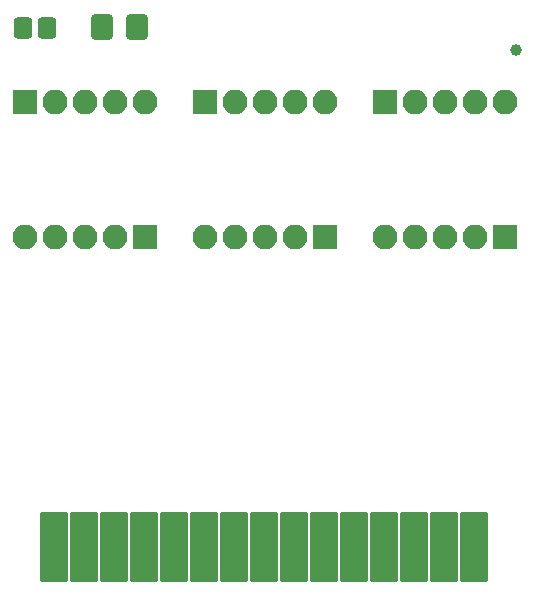
<source format=gts>
%TF.GenerationSoftware,KiCad,Pcbnew,9.0.5*%
%TF.CreationDate,2025-10-09T13:03:12+02:00*%
%TF.ProjectId,CART-Breakout,43415254-2d42-4726-9561-6b6f75742e6b,rev?*%
%TF.SameCoordinates,Original*%
%TF.FileFunction,Soldermask,Top*%
%TF.FilePolarity,Negative*%
%FSLAX46Y46*%
G04 Gerber Fmt 4.6, Leading zero omitted, Abs format (unit mm)*
G04 Created by KiCad (PCBNEW 9.0.5) date 2025-10-09 13:03:12*
%MOMM*%
%LPD*%
G01*
G04 APERTURE LIST*
G04 Aperture macros list*
%AMRoundRect*
0 Rectangle with rounded corners*
0 $1 Rounding radius*
0 $2 $3 $4 $5 $6 $7 $8 $9 X,Y pos of 4 corners*
0 Add a 4 corners polygon primitive as box body*
4,1,4,$2,$3,$4,$5,$6,$7,$8,$9,$2,$3,0*
0 Add four circle primitives for the rounded corners*
1,1,$1+$1,$2,$3*
1,1,$1+$1,$4,$5*
1,1,$1+$1,$6,$7*
1,1,$1+$1,$8,$9*
0 Add four rect primitives between the rounded corners*
20,1,$1+$1,$2,$3,$4,$5,0*
20,1,$1+$1,$4,$5,$6,$7,0*
20,1,$1+$1,$6,$7,$8,$9,0*
20,1,$1+$1,$8,$9,$2,$3,0*%
G04 Aperture macros list end*
%ADD10RoundRect,0.333333X-0.466667X-0.566667X0.466667X-0.566667X0.466667X0.566667X-0.466667X0.566667X0*%
%ADD11RoundRect,0.320176X0.592324X0.754824X-0.592324X0.754824X-0.592324X-0.754824X0.592324X-0.754824X0*%
%ADD12RoundRect,0.200000X-0.965200X2.794000X-0.965200X-2.794000X0.965200X-2.794000X0.965200X2.794000X0*%
%ADD13O,2.100000X2.100000*%
%ADD14RoundRect,0.200000X0.850000X-0.850000X0.850000X0.850000X-0.850000X0.850000X-0.850000X-0.850000X0*%
%ADD15RoundRect,0.200000X-0.850000X0.850000X-0.850000X-0.850000X0.850000X-0.850000X0.850000X0.850000X0*%
%ADD16C,1.000000*%
G04 APERTURE END LIST*
D10*
%TO.C,R1*%
X130650000Y-71140000D03*
X132650000Y-71140000D03*
%TD*%
D11*
%TO.C,LD1*%
X140265000Y-71091000D03*
X137290000Y-71091000D03*
%TD*%
D12*
%TO.C,CART1*%
X168830000Y-115152000D03*
X166290000Y-115152000D03*
X163750000Y-115152000D03*
X161210000Y-115152000D03*
X158670000Y-115152000D03*
X156130000Y-115152000D03*
X153590000Y-115152000D03*
X151050000Y-115152000D03*
X148510000Y-115152000D03*
X145970000Y-115152000D03*
X143430000Y-115152000D03*
X140890000Y-115152000D03*
X138350000Y-115152000D03*
X135810000Y-115152000D03*
X133270000Y-115152000D03*
%TD*%
D13*
%TO.C,P1*%
X171450000Y-77480000D03*
X168910000Y-77480000D03*
X166370000Y-77480000D03*
X163830000Y-77480000D03*
D14*
X161290000Y-77480000D03*
%TD*%
%TO.C,P2*%
X146050000Y-77470000D03*
D13*
X148590000Y-77470000D03*
X151130000Y-77470000D03*
X153670000Y-77470000D03*
X156210000Y-77470000D03*
%TD*%
%TO.C,P3*%
X140970000Y-77470000D03*
X138430000Y-77470000D03*
X135890000Y-77470000D03*
X133350000Y-77470000D03*
D14*
X130810000Y-77470000D03*
%TD*%
D15*
%TO.C,P4*%
X140970000Y-88900000D03*
D13*
X138430000Y-88900000D03*
X135890000Y-88900000D03*
X133350000Y-88900000D03*
X130810000Y-88900000D03*
%TD*%
%TO.C,P5*%
X146050000Y-88910000D03*
X148590000Y-88910000D03*
X151130000Y-88910000D03*
X153670000Y-88910000D03*
D15*
X156210000Y-88910000D03*
%TD*%
%TO.C,P6*%
X171450000Y-88900000D03*
D13*
X168910000Y-88900000D03*
X166370000Y-88900000D03*
X163830000Y-88900000D03*
X161290000Y-88900000D03*
%TD*%
D16*
X172410000Y-72998000D03*
M02*

</source>
